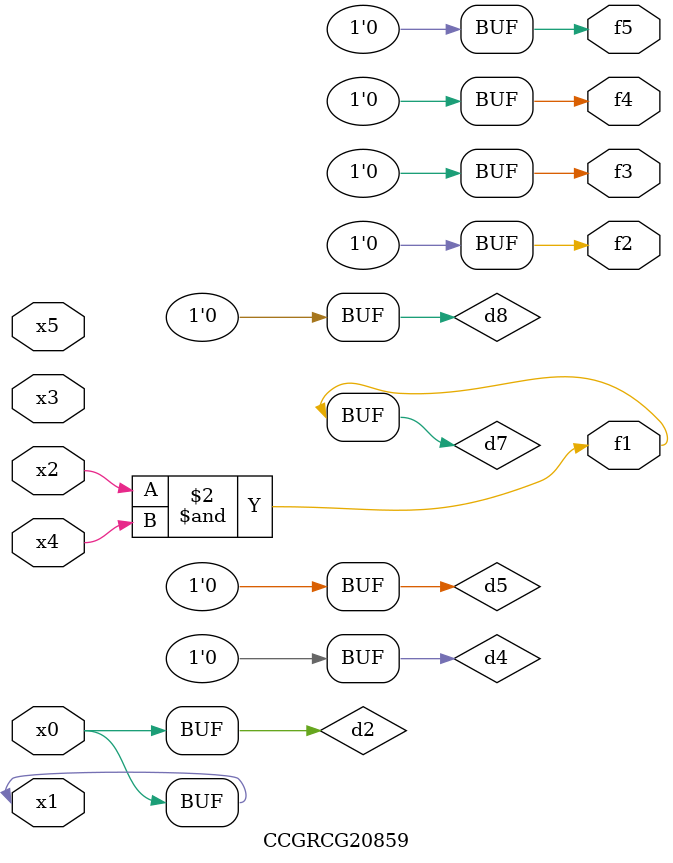
<source format=v>
module CCGRCG20859(
	input x0, x1, x2, x3, x4, x5,
	output f1, f2, f3, f4, f5
);

	wire d1, d2, d3, d4, d5, d6, d7, d8, d9;

	nand (d1, x1);
	buf (d2, x0, x1);
	nand (d3, x2, x4);
	and (d4, d1, d2);
	and (d5, d1, d2);
	nand (d6, d1, d3);
	not (d7, d3);
	xor (d8, d5);
	nor (d9, d5, d6);
	assign f1 = d7;
	assign f2 = d8;
	assign f3 = d8;
	assign f4 = d8;
	assign f5 = d8;
endmodule

</source>
